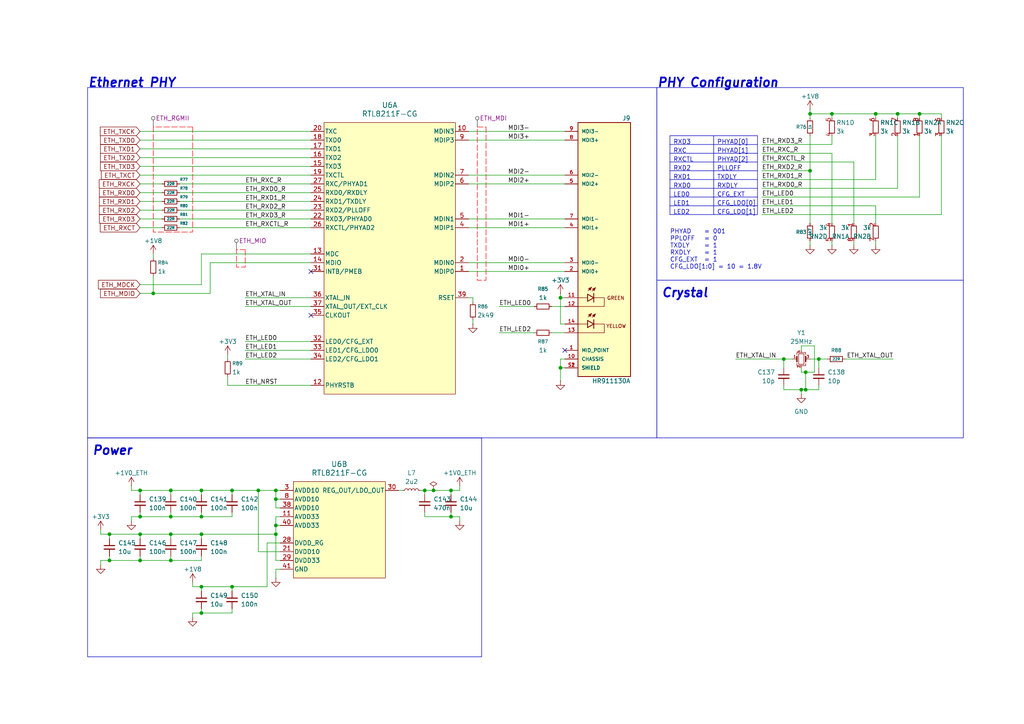
<source format=kicad_sch>
(kicad_sch (version 20250114) (generator "eeschema") (generator_version "9.0")
  (paper "A4")
  (title_block (title "FPGA Zynq7000 Dev Board") (date "2025-07-10") (rev "A"))
  (lib_symbols
    (symbol "Custom:HR911130A" (pin_names (offset 1.016))
      (property "Reference" "J" (at -7.62 29.21 0))
      (property "Value" "HR911130A" (at 7.62 -46.99 0))
      (symbol "HR911130A_0_0"
        (text "YELLOW" (at 0.508 -30.48 0) (effects (font (size 1.016 1.016)) (justify left top)))
        (text "GREEN" (at 0.762 -22.352 0) (effects (font (size 1.016 1.016)) (justify left top)))
        (pin passive line (at -11.43 -22.86 0) (length 3.81) (name "~") (number "11"))
        (pin passive line (at -11.43 -25.4 0) (length 3.81) (name "~") (number "12"))
        (pin passive line (at -11.43 -30.48 0) (length 3.81) (name "~") (number "14"))
        (pin passive line (at -11.43 -33.02 0) (length 3.81) (name "~") (number "13"))
        (pin passive line (at -11.43 -43.18 0) (length 3.81) (name "SHIELD") (number "S1"))
        (pin passive line (at -11.43 -43.18 0) (length 3.81) (name "SHIELD") (number "S2"))
      )
      (symbol "HR911130A_1_0"
        (pin passive line (at -11.43 25.4 0) (length 3.81) (name "MDI3-") (number "9"))
        (pin passive line (at -11.43 22.86 0) (length 3.81) (name "MDI3+") (number "8"))
        (pin passive line (at -11.43 12.7 0) (length 3.81) (name "MDI2-") (number "6"))
        (pin passive line (at -11.43 10.16 0) (length 3.81) (name "MDI2+") (number "5"))
        (pin passive line (at -11.43 0 0) (length 3.81) (name "MDI1-") (number "7"))
        (pin passive line (at -11.43 -2.54 0) (length 3.81) (name "MDI1+") (number "4"))
        (pin passive line (at -11.43 -12.7 0) (length 3.81) (name "MDI0-") (number "3"))
        (pin passive line (at -11.43 -15.24 0) (length 3.81) (name "MDI0+") (number "2"))
        (pin passive line (at -11.43 -38.1 0) (length 3.81) (name "MID_POINT") (number "1"))
        (pin passive line (at -11.43 -40.64 0) (length 3.81) (name "CHASSIS") (number "10"))
      )
    )
    (symbol "Custom:RTL8211F-CG" (pin_names (offset 0.254))
      (property "Reference" "U" (at 7.112 3.556 0))
      (property "Value" "RTL8211F-CG" (at 7.112 1.016 0))
      (symbol "RTL8211F-CG_1_1"
        (pin input line (at -3.81 -2.54 0) (length 3.81) (name "TXC") (number "20"))
        (pin input line (at -3.81 -5.08 0) (length 3.81) (name "TXD0") (number "18"))
        (pin input line (at -3.81 -7.62 0) (length 3.81) (name "TXD1") (number "17"))
        (pin input line (at -3.81 -10.16 0) (length 3.81) (name "TXD2") (number "16"))
        (pin input line (at -3.81 -12.7 0) (length 3.81) (name "TXD3") (number "15"))
        (pin input line (at -3.81 -15.24 0) (length 3.81) (name "TXCTL") (number "19"))
        (pin output line (at -3.81 -17.78 0) (length 3.81) (name "RXC/PHYAD1") (number "27"))
        (pin output line (at -3.81 -20.32 0) (length 3.81) (name "RXD0/RXDLY") (number "25"))
        (pin output line (at -3.81 -22.86 0) (length 3.81) (name "RXD1/TXDLY") (number "24"))
        (pin output line (at -3.81 -25.4 0) (length 3.81) (name "RXD2/PLLOFF") (number "23"))
        (pin output line (at -3.81 -27.94 0) (length 3.81) (name "RXD3/PHYAD0") (number "22"))
        (pin output line (at -3.81 -30.48 0) (length 3.81) (name "RXCTL/PHYAD2") (number "26"))
        (pin input line (at -3.81 -38.1 0) (length 3.81) (name "MDC") (number "13"))
        (pin bidirectional line (at -3.81 -40.64 0) (length 3.81) (name "MDIO") (number "14"))
        (pin output line (at -3.81 -43.18 0) (length 3.81) (name "INTB/PMEB") (number "31"))
        (pin input line (at -3.81 -50.8 0) (length 3.81) (name "XTAL_IN") (number "36"))
        (pin output line (at -3.81 -53.34 0) (length 3.81) (name "XTAL_OUT/EXT_CLK") (number "37"))
        (pin output line (at -3.81 -55.88 0) (length 3.81) (name "CLKOUT") (number "35"))
        (pin output line (at -3.81 -63.5 0) (length 3.81) (name "LED0/CFG_EXT") (number "32"))
        (pin output line (at -3.81 -66.04 0) (length 3.81) (name "LED1/CFG_LDO0") (number "33"))
        (pin output line (at -3.81 -68.58 0) (length 3.81) (name "LED2/CFG_LDO1") (number "34"))
        (pin input line (at -3.81 -76.2 0) (length 3.81) (name "PHYRSTB") (number "12"))
        (pin bidirectional line (at 41.91 -2.54 180) (length 3.81) (name "MDIN3") (number "10"))
        (pin bidirectional line (at 41.91 -5.08 180) (length 3.81) (name "MDIP3") (number "9"))
        (pin bidirectional line (at 41.91 -15.24 180) (length 3.81) (name "MDIN2") (number "7"))
        (pin bidirectional line (at 41.91 -17.78 180) (length 3.81) (name "MDIP2") (number "6"))
        (pin bidirectional line (at 41.91 -27.94 180) (length 3.81) (name "MDIN1") (number "5"))
        (pin bidirectional line (at 41.91 -30.48 180) (length 3.81) (name "MDIP1") (number "4"))
        (pin bidirectional line (at 41.91 -40.64 180) (length 3.81) (name "MDIP0") (number "1"))
        (pin bidirectional line (at 41.91 -43.18 180) (length 3.81) (name "MDIN0") (number "2"))
        (pin output line (at 41.91 -50.8 180) (length 3.81) (name "RSET") (number "39"))
      )
      (symbol "RTL8211F-CG_2_1"
        (pin power_in line (at -3.81 -2.54 0) (length 3.81) (name "AVDD10") (number "3"))
        (pin power_in line (at -3.81 -5.08 0) (length 3.81) (name "AVDD10") (number "8"))
        (pin power_in line (at -3.81 -7.62 0) (length 3.81) (name "AVDD10") (number "38"))
        (pin power_in line (at -3.81 -10.16 0) (length 3.81) (name "AVDD33") (number "11"))
        (pin power_in line (at -3.81 -12.7 0) (length 3.81) (name "AVDD33") (number "40"))
        (pin power_in line (at -3.81 -17.78 0) (length 3.81) (name "DVDD_RG") (number "28"))
        (pin power_in line (at -3.81 -20.32 0) (length 3.81) (name "DVDD10") (number "21"))
        (pin power_in line (at -3.81 -22.86 0) (length 3.81) (name "DVDD33") (number "29"))
        (pin power_out line (at -3.81 -25.4 0) (length 3.81) (name "GND") (number "41"))
        (pin output line (at 30.48 -2.54 180) (length 3.81) (name "REG_OUT/LDO_OUT") (number "30"))
      )
    )
    (symbol "Custom:R_Pack04_Small_Split" (pin_names (offset 0) (hide yes))
      (property "Reference" "RN" (at 2.032 0 90))
      (property "Value" "R_Pack04_Small_Split" (at 8.382 0 90))
      (symbol "R_Pack04_Small_Split_1_1"
        (pin passive line (at 0 2.54 270) (length 0.762) (name "~") (number "8"))
        (pin passive line (at 0 -2.54 90) (length 0.762) (name "~") (number "1"))
      )
      (symbol "R_Pack04_Small_Split_2_1"
        (pin passive line (at 0 2.54 270) (length 0.762) (name "R2.2") (number "7"))
        (pin passive line (at 0 -2.54 90) (length 0.762) (name "R2.1") (number "2"))
      )
      (symbol "R_Pack04_Small_Split_3_1"
        (pin passive line (at 0 2.54 270) (length 0.762) (name "R3.2") (number "6"))
        (pin passive line (at 0 -2.54 90) (length 0.762) (name "R3.1") (number "3"))
      )
      (symbol "R_Pack04_Small_Split_4_1"
        (pin passive line (at 0 2.54 270) (length 0.762) (name "R4.2") (number "5"))
        (pin passive line (at 0 -2.54 90) (length 0.762) (name "R4.1") (number "4"))
      )
    )
    (symbol "Device:C_Small" (pin_numbers (hide yes)) (pin_names (offset 0.254) (hide yes))
      (property "Reference" "C" (at 0.254 1.778 0))
      (property "Value" "C_Small" (at 0.254 -2.032 0))
      (symbol "C_Small_1_1"
        (pin passive line (at 0 2.54 270) (length 2.032) (name "~") (number "1"))
        (pin passive line (at 0 -2.54 90) (length 2.032) (name "~") (number "2"))
      )
    )
    (symbol "Device:Crystal_GND24_Small" (pin_names (offset 1.016) (hide yes))
      (property "Reference" "Y" (at 1.27 4.445 0))
      (property "Value" "Crystal_GND24_Small" (at 1.27 2.54 0))
      (symbol "Crystal_GND24_Small_1_1"
        (pin passive line (at -2.54 0 0) (length 1.27) (name "1") (number "1"))
        (pin passive line (at 0 2.54 270) (length 0.635) (name "4") (number "4"))
        (pin passive line (at 0 -2.54 90) (length 0.635) (name "2") (number "2"))
        (pin passive line (at 2.54 0 180) (length 1.27) (name "3") (number "3"))
      )
    )
    (symbol "Device:L_Small" (pin_numbers (hide yes)) (pin_names (offset 0.254) (hide yes))
      (property "Reference" "L" (at 0.762 1.016 0))
      (property "Value" "L_Small" (at 0.762 -1.016 0))
      (symbol "L_Small_1_1"
        (pin passive line (at 0 2.54 270) (length 0.508) (name "~") (number "1"))
        (pin passive line (at 0 -2.54 90) (length 0.508) (name "~") (number "2"))
      )
    )
    (symbol "Device:R_Small" (pin_numbers (hide yes)) (pin_names (offset 0.254) (hide yes))
      (property "Reference" "R" (at 0 0 90))
      (property "Value" "R_Small" (at 1.778 0 90))
      (symbol "R_Small_1_1"
        (pin passive line (at 0 2.54 270) (length 0.762) (name "~") (number "1"))
        (pin passive line (at 0 -2.54 90) (length 0.762) (name "~") (number "2"))
      )
    )
    (symbol "RTL8211F-CG_1" (pin_names (offset 0.254))
      (property "Reference" "U" (at 7.112 3.556 0))
      (property "Value" "RTL8211F-CG" (at 7.112 1.016 0))
      (symbol "RTL8211F-CG_1_1_1"
        (pin input line (at -3.81 -2.54 0) (length 3.81) (name "TXC") (number "20"))
        (pin input line (at -3.81 -5.08 0) (length 3.81) (name "TXD0") (number "18"))
        (pin input line (at -3.81 -7.62 0) (length 3.81) (name "TXD1") (number "17"))
        (pin input line (at -3.81 -10.16 0) (length 3.81) (name "TXD2") (number "16"))
        (pin input line (at -3.81 -12.7 0) (length 3.81) (name "TXD3") (number "15"))
        (pin input line (at -3.81 -15.24 0) (length 3.81) (name "TXCTL") (number "19"))
        (pin output line (at -3.81 -17.78 0) (length 3.81) (name "RXC/PHYAD1") (number "27"))
        (pin output line (at -3.81 -20.32 0) (length 3.81) (name "RXD0/RXDLY") (number "25"))
        (pin output line (at -3.81 -22.86 0) (length 3.81) (name "RXD1/TXDLY") (number "24"))
        (pin output line (at -3.81 -25.4 0) (length 3.81) (name "RXD2/PLLOFF") (number "23"))
        (pin output line (at -3.81 -27.94 0) (length 3.81) (name "RXD3/PHYAD0") (number "22"))
        (pin output line (at -3.81 -30.48 0) (length 3.81) (name "RXCTL/PHYAD2") (number "26"))
        (pin input line (at -3.81 -38.1 0) (length 3.81) (name "MDC") (number "13"))
        (pin bidirectional line (at -3.81 -40.64 0) (length 3.81) (name "MDIO") (number "14"))
        (pin output line (at -3.81 -43.18 0) (length 3.81) (name "INTB/PMEB") (number "31"))
        (pin input line (at -3.81 -50.8 0) (length 3.81) (name "XTAL_IN") (number "36"))
        (pin output line (at -3.81 -53.34 0) (length 3.81) (name "XTAL_OUT/EXT_CLK") (number "37"))
        (pin output line (at -3.81 -55.88 0) (length 3.81) (name "CLKOUT") (number "35"))
        (pin output line (at -3.81 -63.5 0) (length 3.81) (name "LED0/CFG_EXT") (number "32"))
        (pin output line (at -3.81 -66.04 0) (length 3.81) (name "LED1/CFG_LDO0") (number "33"))
        (pin output line (at -3.81 -68.58 0) (length 3.81) (name "LED2/CFG_LDO1") (number "34"))
        (pin input line (at -3.81 -76.2 0) (length 3.81) (name "PHYRSTB") (number "12"))
        (pin bidirectional line (at 41.91 -2.54 180) (length 3.81) (name "MDIN3") (number "10"))
        (pin bidirectional line (at 41.91 -5.08 180) (length 3.81) (name "MDIP3") (number "9"))
        (pin bidirectional line (at 41.91 -15.24 180) (length 3.81) (name "MDIN2") (number "7"))
        (pin bidirectional line (at 41.91 -17.78 180) (length 3.81) (name "MDIP2") (number "6"))
        (pin bidirectional line (at 41.91 -27.94 180) (length 3.81) (name "MDIN1") (number "5"))
        (pin bidirectional line (at 41.91 -30.48 180) (length 3.81) (name "MDIP1") (number "4"))
        (pin bidirectional line (at 41.91 -40.64 180) (length 3.81) (name "MDIN0") (number "2"))
        (pin bidirectional line (at 41.91 -43.18 180) (length 3.81) (name "MDIP0") (number "1"))
        (pin output line (at 41.91 -50.8 180) (length 3.81) (name "RSET") (number "39"))
      )
      (symbol "RTL8211F-CG_1_2_1"
        (pin power_in line (at -3.81 -2.54 0) (length 3.81) (name "AVDD10") (number "3"))
        (pin power_in line (at -3.81 -5.08 0) (length 3.81) (name "AVDD10") (number "8"))
        (pin power_in line (at -3.81 -7.62 0) (length 3.81) (name "AVDD10") (number "38"))
        (pin power_in line (at -3.81 -10.16 0) (length 3.81) (name "AVDD33") (number "11"))
        (pin power_in line (at -3.81 -12.7 0) (length 3.81) (name "AVDD33") (number "40"))
        (pin power_in line (at -3.81 -17.78 0) (length 3.81) (name "DVDD_RG") (number "28"))
        (pin power_in line (at -3.81 -20.32 0) (length 3.81) (name "DVDD10") (number "21"))
        (pin power_in line (at -3.81 -22.86 0) (length 3.81) (name "DVDD33") (number "29"))
        (pin power_out line (at -3.81 -25.4 0) (length 3.81) (name "GND") (number "41"))
        (pin output line (at 30.48 -2.54 180) (length 3.81) (name "REG_OUT/LDO_OUT") (number "30"))
      )
    )
    (symbol "power:+1V0" (power) (pin_numbers (hide yes)) (pin_names (offset 0) (hide yes))
      (property "Value" "+1V0" (at 0 3.556 0))
      (symbol "+1V0_1_1"
        (pin power_in line (at 0 0 90) (length 0) (name "~") (number "1"))
      )
    )
    (symbol "power:+3V3" (power) (pin_numbers (hide yes)) (pin_names (offset 0) (hide yes))
      (property "Value" "+3V3" (at 0 3.556 0))
      (symbol "+3V3_1_1"
        (pin power_in line (at 0 0 90) (length 0) (name "~") (number "1"))
      )
    )
    (symbol "power:GND" (power) (pin_numbers (hide yes)) (pin_names (offset 0) (hide yes))
      (property "Value" "GND" (at 0 -3.81 0))
      (symbol "GND_1_1"
        (pin power_in line (at 0 0 270) (length 0) (name "~") (number "1"))
      )
    )
    (symbol "power:PWR_FLAG" (power) (pin_numbers (hide yes)) (pin_names (offset 0) (hide yes))
      (property "Value" "PWR_FLAG" (at 0 3.81 0))
      (symbol "PWR_FLAG_0_0"
        (pin power_out line (at 0 0 90) (length 0) (name "~") (number "1"))
      )
    )
  )
  (rectangle (start 25.4 25.4) (end 190.5 127))
  (rectangle (start 25.4 127) (end 139.7 190.5))
  (rectangle (start 190.5 25.4) (end 279.4 81.28))
  (rectangle (start 190.5 81.28) (end 279.4 127))
  (text "Ethernet PHY" (at 25.4 24.13 0) (effects (font (size 2.54 2.54) (thickness 0.508) (bold yes) (italic yes)) (justify left)))
  (text "Crystal" (at 191.77 85.09 0) (effects (font (size 2.54 2.54) (thickness 0.508) (bold yes) (italic yes)) (justify left)))
  (text "PHY Configuration" (at 190.5 24.13 0) (effects (font (size 2.54 2.54) (thickness 0.508) (bold yes) (italic yes)) (justify left)))
  (text "Power" (at 26.67 130.81 0) (effects (font (size 2.54 2.54) (thickness 0.508) (bold yes) (italic yes)) (justify left)))
  (text "PHYAD	= 001\nPPLOFF	= 0\nTXDLY	= 1\nRXDLY	= 1\nCFG_EXT	= 1\nCFG_LDO[1:0] = 10 = 1.8V" (at 194.31 72.39 0) (effects (font (size 1.27 1.27)) (justify left)))
  (junction (at 130.81 142.24))
  (junction (at 80.01 154.94))
  (junction (at 232.41 113.03))
  (junction (at 227.33 104.14))
  (junction (at 80.01 152.4))
  (junction (at 40.64 154.94))
  (junction (at 266.7 33.02))
  (junction (at 162.56 86.36))
  (junction (at 44.45 85.09))
  (junction (at 31.75 162.56))
  (junction (at 58.42 177.8))
  (junction (at 234.95 49.53))
  (junction (at 241.3 33.02))
  (junction (at 40.64 149.86))
  (junction (at 130.81 149.86))
  (junction (at 123.19 142.24))
  (junction (at 254 33.02))
  (junction (at 234.95 33.02))
  (junction (at 80.01 142.24))
  (junction (at 58.42 142.24))
  (junction (at 49.53 154.94))
  (junction (at 233.68 113.03))
  (junction (at 40.64 142.24))
  (junction (at 162.56 106.68))
  (junction (at 58.42 154.94))
  (junction (at 67.31 142.24))
  (junction (at 49.53 142.24))
  (junction (at 80.01 144.78))
  (junction (at 31.75 154.94))
  (junction (at 49.53 162.56))
  (junction (at 125.73 142.24))
  (junction (at 40.64 162.56))
  (junction (at 260.35 33.02))
  (junction (at 237.49 104.14))
  (junction (at 58.42 149.86))
  (junction (at 58.42 170.18))
  (junction (at 74.93 142.24))
  (junction (at 67.31 170.18))
  (junction (at 233.68 107.95))
  (junction (at 49.53 149.86))
  (no_connect (at 163.83 101.6))
  (no_connect (at 90.17 91.44))
  (no_connect (at 90.17 78.74))
  (wire (pts (xy 233.68 107.95) (xy 232.41 107.95)))
  (wire (pts (xy 123.19 142.24) (xy 125.73 142.24)))
  (wire (pts (xy 58.42 149.86) (xy 67.31 149.86)))
  (wire (pts (xy 52.07 66.04) (xy 90.17 66.04)))
  (wire (pts (xy 40.64 50.8) (xy 90.17 50.8)))
  (wire (pts (xy 137.16 92.71) (xy 137.16 93.98)))
  (wire (pts (xy 49.53 142.24) (xy 58.42 142.24)))
  (wire (pts (xy 71.12 86.36) (xy 90.17 86.36)))
  (wire (pts (xy 40.64 154.94) (xy 40.64 156.21)))
  (wire (pts (xy 260.35 33.02) (xy 266.7 33.02)))
  (wire (pts (xy 58.42 161.29) (xy 58.42 162.56)))
  (wire (pts (xy 29.21 154.94) (xy 31.75 154.94)))
  (wire (pts (xy 31.75 154.94) (xy 40.64 154.94)))
  (wire (pts (xy 273.05 33.02) (xy 273.05 34.29)))
  (wire (pts (xy 40.64 43.18) (xy 90.17 43.18)))
  (wire (pts (xy 80.01 144.78) (xy 80.01 142.24)))
  (wire (pts (xy 273.05 39.37) (xy 273.05 62.23)))
  (wire (pts (xy 74.93 160.02) (xy 81.28 160.02)))
  (wire (pts (xy 46.99 55.88) (xy 40.64 55.88)))
  (wire (pts (xy 58.42 82.55) (xy 40.64 82.55)))
  (wire (pts (xy 58.42 142.24) (xy 58.42 143.51)))
  (wire (pts (xy 162.56 86.36) (xy 163.83 86.36)))
  (wire (pts (xy 133.35 149.86) (xy 130.81 149.86)))
  (wire (pts (xy 80.01 167.64) (xy 80.01 165.1)))
  (wire (pts (xy 44.45 80.01) (xy 44.45 85.09)))
  (wire (pts (xy 241.3 33.02) (xy 241.3 34.29)))
  (wire (pts (xy 77.47 170.18) (xy 77.47 157.48)))
  (wire (pts (xy 44.45 73.66) (xy 44.45 74.93)))
  (wire (pts (xy 254 59.69) (xy 220.98 59.69)))
  (wire (pts (xy 40.64 48.26) (xy 90.17 48.26)))
  (wire (pts (xy 71.12 101.6) (xy 90.17 101.6)))
  (wire (pts (xy 137.16 86.36) (xy 135.89 86.36)))
  (wire (pts (xy 237.49 104.14) (xy 234.95 104.14)))
  (wire (pts (xy 46.99 60.96) (xy 40.64 60.96)))
  (wire (pts (xy 137.16 87.63) (xy 137.16 86.36)))
  (wire (pts (xy 163.83 76.2) (xy 135.89 76.2)))
  (wire (pts (xy 29.21 153.67) (xy 29.21 154.94)))
  (wire (pts (xy 55.88 170.18) (xy 58.42 170.18)))
  (wire (pts (xy 40.64 142.24) (xy 49.53 142.24)))
  (wire (pts (xy 220.98 62.23) (xy 273.05 62.23)))
  (wire (pts (xy 38.1 149.86) (xy 40.64 149.86)))
  (wire (pts (xy 66.04 111.76) (xy 90.17 111.76)))
  (wire (pts (xy 80.01 152.4) (xy 81.28 152.4)))
  (wire (pts (xy 55.88 177.8) (xy 55.88 179.07)))
  (wire (pts (xy 58.42 170.18) (xy 67.31 170.18)))
  (wire (pts (xy 40.64 40.64) (xy 90.17 40.64)))
  (wire (pts (xy 254 52.07) (xy 220.98 52.07)))
  (wire (pts (xy 80.01 144.78) (xy 81.28 144.78)))
  (wire (pts (xy 81.28 147.32) (xy 80.01 147.32)))
  (wire (pts (xy 236.22 100.33) (xy 236.22 107.95)))
  (wire (pts (xy 40.64 85.09) (xy 44.45 85.09)))
  (wire (pts (xy 241.3 44.45) (xy 241.3 64.77)))
  (wire (pts (xy 247.65 64.77) (xy 247.65 46.99)))
  (wire (pts (xy 163.83 40.64) (xy 135.89 40.64)))
  (wire (pts (xy 80.01 149.86) (xy 80.01 152.4)))
  (wire (pts (xy 232.41 100.33) (xy 236.22 100.33)))
  (wire (pts (xy 266.7 33.02) (xy 266.7 34.29)))
  (wire (pts (xy 266.7 33.02) (xy 273.05 33.02)))
  (wire (pts (xy 220.98 41.91) (xy 241.3 41.91)))
  (wire (pts (xy 236.22 107.95) (xy 233.68 107.95)))
  (wire (pts (xy 67.31 142.24) (xy 67.31 143.51)))
  (wire (pts (xy 46.99 66.04) (xy 40.64 66.04)))
  (wire (pts (xy 123.19 142.24) (xy 123.19 143.51)))
  (wire (pts (xy 67.31 176.53) (xy 67.31 177.8)))
  (wire (pts (xy 163.83 66.04) (xy 135.89 66.04)))
  (wire (pts (xy 232.41 113.03) (xy 227.33 113.03)))
  (wire (pts (xy 125.73 142.24) (xy 130.81 142.24)))
  (wire (pts (xy 247.65 69.85) (xy 247.65 71.12)))
  (wire (pts (xy 49.53 154.94) (xy 58.42 154.94)))
  (wire (pts (xy 58.42 162.56) (xy 49.53 162.56)))
  (wire (pts (xy 260.35 33.02) (xy 260.35 34.29)))
  (wire (pts (xy 58.42 170.18) (xy 58.42 171.45)))
  (wire (pts (xy 31.75 154.94) (xy 31.75 156.21)))
  (wire (pts (xy 247.65 46.99) (xy 220.98 46.99)))
  (wire (pts (xy 80.01 147.32) (xy 80.01 144.78)))
  (wire (pts (xy 52.07 63.5) (xy 90.17 63.5)))
  (wire (pts (xy 241.3 44.45) (xy 220.98 44.45)))
  (wire (pts (xy 266.7 39.37) (xy 266.7 57.15)))
  (wire (pts (xy 233.68 113.03) (xy 237.49 113.03)))
  (wire (pts (xy 163.83 63.5) (xy 135.89 63.5)))
  (wire (pts (xy 229.87 104.14) (xy 227.33 104.14)))
  (wire (pts (xy 49.53 149.86) (xy 49.53 148.59)))
  (wire (pts (xy 58.42 148.59) (xy 58.42 149.86)))
  (wire (pts (xy 163.83 50.8) (xy 135.89 50.8)))
  (wire (pts (xy 67.31 170.18) (xy 77.47 170.18)))
  (wire (pts (xy 67.31 142.24) (xy 74.93 142.24)))
  (wire (pts (xy 254 33.02) (xy 260.35 33.02)))
  (wire (pts (xy 234.95 49.53) (xy 234.95 64.77)))
  (wire (pts (xy 46.99 58.42) (xy 40.64 58.42)))
  (wire (pts (xy 31.75 162.56) (xy 40.64 162.56)))
  (wire (pts (xy 237.49 104.14) (xy 240.03 104.14)))
  (wire (pts (xy 232.41 114.3) (xy 232.41 113.03)))
  (wire (pts (xy 162.56 85.09) (xy 162.56 86.36)))
  (wire (pts (xy 38.1 151.13) (xy 38.1 149.86)))
  (wire (pts (xy 241.3 33.02) (xy 254 33.02)))
  (wire (pts (xy 80.01 162.56) (xy 81.28 162.56)))
  (wire (pts (xy 160.02 88.9) (xy 163.83 88.9)))
  (wire (pts (xy 237.49 113.03) (xy 237.49 111.76)))
  (wire (pts (xy 123.19 149.86) (xy 130.81 149.86)))
  (wire (pts (xy 80.01 142.24) (xy 81.28 142.24)))
  (wire (pts (xy 71.12 99.06) (xy 90.17 99.06)))
  (wire (pts (xy 232.41 101.6) (xy 232.41 100.33)))
  (wire (pts (xy 52.07 55.88) (xy 90.17 55.88)))
  (wire (pts (xy 234.95 69.85) (xy 234.95 71.12)))
  (wire (pts (xy 162.56 104.14) (xy 163.83 104.14)))
  (wire (pts (xy 67.31 170.18) (xy 67.31 171.45)))
  (wire (pts (xy 123.19 149.86) (xy 123.19 148.59)))
  (wire (pts (xy 40.64 38.1) (xy 90.17 38.1)))
  (wire (pts (xy 121.92 142.24) (xy 123.19 142.24)))
  (wire (pts (xy 74.93 142.24) (xy 74.93 160.02)))
  (wire (pts (xy 163.83 78.74) (xy 135.89 78.74)))
  (wire (pts (xy 49.53 142.24) (xy 49.53 143.51)))
  (wire (pts (xy 254 64.77) (xy 254 59.69)))
  (wire (pts (xy 77.47 157.48) (xy 81.28 157.48)))
  (wire (pts (xy 234.95 39.37) (xy 234.95 49.53)))
  (wire (pts (xy 29.21 162.56) (xy 31.75 162.56)))
  (wire (pts (xy 162.56 86.36) (xy 162.56 93.98)))
  (wire (pts (xy 58.42 154.94) (xy 58.42 156.21)))
  (wire (pts (xy 130.81 148.59) (xy 130.81 149.86)))
  (wire (pts (xy 80.01 154.94) (xy 80.01 152.4)))
  (wire (pts (xy 74.93 142.24) (xy 80.01 142.24)))
  (wire (pts (xy 144.78 88.9) (xy 154.94 88.9)))
  (wire (pts (xy 67.31 148.59) (xy 67.31 149.86)))
  (wire (pts (xy 241.3 69.85) (xy 241.3 71.12)))
  (wire (pts (xy 234.95 33.02) (xy 241.3 33.02)))
  (wire (pts (xy 90.17 73.66) (xy 58.42 73.66)))
  (wire (pts (xy 260.35 54.61) (xy 220.98 54.61)))
  (wire (pts (xy 260.35 39.37) (xy 260.35 54.61)))
  (wire (pts (xy 80.01 165.1) (xy 81.28 165.1)))
  (wire (pts (xy 52.07 58.42) (xy 90.17 58.42)))
  (wire (pts (xy 213.36 104.14) (xy 227.33 104.14)))
  (wire (pts (xy 40.64 142.24) (xy 40.64 143.51)))
  (wire (pts (xy 163.83 53.34) (xy 135.89 53.34)))
  (wire (pts (xy 162.56 106.68) (xy 162.56 104.14)))
  (wire (pts (xy 245.11 104.14) (xy 259.08 104.14)))
  (wire (pts (xy 52.07 53.34) (xy 90.17 53.34)))
  (wire (pts (xy 80.01 149.86) (xy 81.28 149.86)))
  (wire (pts (xy 66.04 102.87) (xy 66.04 104.14)))
  (wire (pts (xy 254 69.85) (xy 254 71.12)))
  (wire (pts (xy 266.7 57.15) (xy 220.98 57.15)))
  (wire (pts (xy 46.99 63.5) (xy 40.64 63.5)))
  (wire (pts (xy 49.53 154.94) (xy 49.53 156.21)))
  (wire (pts (xy 49.53 161.29) (xy 49.53 162.56)))
  (wire (pts (xy 60.96 76.2) (xy 90.17 76.2)))
  (wire (pts (xy 162.56 93.98) (xy 163.83 93.98)))
  (wire (pts (xy 58.42 142.24) (xy 67.31 142.24)))
  (wire (pts (xy 38.1 140.97) (xy 38.1 142.24)))
  (wire (pts (xy 40.64 154.94) (xy 49.53 154.94)))
  (wire (pts (xy 232.41 107.95) (xy 232.41 106.68)))
  (wire (pts (xy 71.12 88.9) (xy 90.17 88.9)))
  (wire (pts (xy 232.41 113.03) (xy 233.68 113.03)))
  (wire (pts (xy 162.56 106.68) (xy 163.83 106.68)))
  (wire (pts (xy 40.64 162.56) (xy 40.64 161.29)))
  (wire (pts (xy 237.49 106.68) (xy 237.49 104.14)))
  (wire (pts (xy 52.07 60.96) (xy 90.17 60.96)))
  (wire (pts (xy 234.95 49.53) (xy 220.98 49.53)))
  (wire (pts (xy 233.68 107.95) (xy 233.68 113.03)))
  (wire (pts (xy 38.1 142.24) (xy 40.64 142.24)))
  (wire (pts (xy 71.12 104.14) (xy 90.17 104.14)))
  (wire (pts (xy 40.64 148.59) (xy 40.64 149.86)))
  (wire (pts (xy 254 33.02) (xy 254 34.29)))
  (wire (pts (xy 133.35 149.86) (xy 133.35 151.13)))
  (wire (pts (xy 254 39.37) (xy 254 52.07)))
  (wire (pts (xy 241.3 39.37) (xy 241.3 41.91)))
  (wire (pts (xy 55.88 168.91) (xy 55.88 170.18)))
  (wire (pts (xy 40.64 162.56) (xy 49.53 162.56)))
  (wire (pts (xy 44.45 85.09) (xy 60.96 85.09)))
  (wire (pts (xy 162.56 110.49) (xy 162.56 106.68)))
  (wire (pts (xy 144.78 96.52) (xy 154.94 96.52)))
  (wire (pts (xy 227.33 113.03) (xy 227.33 111.76)))
  (wire (pts (xy 58.42 177.8) (xy 67.31 177.8)))
  (wire (pts (xy 55.88 177.8) (xy 58.42 177.8)))
  (wire (pts (xy 163.83 38.1) (xy 135.89 38.1)))
  (wire (pts (xy 29.21 163.83) (xy 29.21 162.56)))
  (wire (pts (xy 58.42 177.8) (xy 58.42 176.53)))
  (wire (pts (xy 130.81 142.24) (xy 133.35 142.24)))
  (wire (pts (xy 40.64 149.86) (xy 49.53 149.86)))
  (wire (pts (xy 115.57 142.24) (xy 116.84 142.24)))
  (wire (pts (xy 234.95 31.75) (xy 234.95 33.02)))
  (wire (pts (xy 133.35 142.24) (xy 133.35 140.97)))
  (wire (pts (xy 60.96 85.09) (xy 60.96 76.2)))
  (wire (pts (xy 80.01 154.94) (xy 80.01 162.56)))
  (wire (pts (xy 58.42 154.94) (xy 80.01 154.94)))
  (wire (pts (xy 160.02 96.52) (xy 163.83 96.52)))
  (wire (pts (xy 58.42 149.86) (xy 49.53 149.86)))
  (wire (pts (xy 31.75 161.29) (xy 31.75 162.56)))
  (wire (pts (xy 130.81 142.24) (xy 130.81 143.51)))
  (wire (pts (xy 227.33 104.14) (xy 227.33 106.68)))
  (wire (pts (xy 58.42 73.66) (xy 58.42 82.55)))
  (wire (pts (xy 46.99 53.34) (xy 40.64 53.34)))
  (wire (pts (xy 66.04 111.76) (xy 66.04 109.22)))
  (wire (pts (xy 40.64 45.72) (xy 90.17 45.72)))
  (wire (pts (xy 234.95 33.02) (xy 234.95 34.29)))
  (table (column_count 2) (border (external yes) (header yes)) (separators (rows yes) (cols yes)) (column_widths 12.7 12.7) (row_heights 2.54 2.54 2.54 2.54 2.54 2.54 2.54 2.54 2.54) (cells (table_cell "RXD3" (at 194.31 39.37 0) (size 12.7 2.54) (margins 0.9525 0.9525 0.9525 0.9525) (span 1 1)) (table_cell "PHYAD[0]" (at 207.01 39.37 0) (size 12.7 2.54) (margins 0.9525 0.9525 0.9525 0.9525) (span 1 1)) (table_cell "RXC" (at 194.31 41.91 0) (size 12.7 2.54) (margins 0.9525 0.9525 0.9525 0.9525) (span 1 1)) (table_cell "PHYAD[1]" (at 207.01 41.91 0) (size 12.7 2.54) (margins 0.9525 0.9525 0.9525 0.9525) (span 1 1)) (table_cell "RXCTL" (at 194.31 44.45 0) (size 12.7 2.54) (margins 0.9525 0.9525 0.9525 0.9525) (span 1 1)) (table_cell "PHYAD[2]" (at 207.01 44.45 0) (size 12.7 2.54) (margins 0.9525 0.9525 0.9525 0.9525) (span 1 1)) (table_cell "RXD2" (at 194.31 46.99 0) (size 12.7 2.54) (margins 0.9525 0.9525 0.9525 0.9525) (span 1 1)) (table_cell "PLLOFF" (at 207.01 46.99 0) (size 12.7 2.54) (margins 0.9525 0.9525 0.9525 0.9525) (span 1 1)) (table_cell "RXD1" (at 194.31 49.53 0) (size 12.7 2.54) (margins 0.9525 0.9525 0.9525 0.9525) (span 1 1)) (table_cell "TXDLY" (at 207.01 49.53 0) (size 12.7 2.54) (margins 0.9525 0.9525 0.9525 0.9525) (span 1 1)) (table_cell "RXD0" (at 194.31 52.07 0) (size 12.7 2.54) (margins 0.9525 0.9525 0.9525 0.9525) (span 1 1)) (table_cell "RXDLY" (at 207.01 52.07 0) (size 12.7 2.54) (margins 0.9525 0.9525 0.9525 0.9525) (span 1 1)) (table_cell "LED0" (at 194.31 54.61 0) (size 12.7 2.54) (margins 0.9525 0.9525 0.9525 0.9525) (span 1 1)) (table_cell "CFG_EXT" (at 207.01 54.61 0) (size 12.7 2.54) (margins 0.9525 0.9525 0.9525 0.9525) (span 1 1)) (table_cell "LED1" (at 194.31 57.15 0) (size 12.7 2.54) (margins 0.9525 0.9525 0.9525 0.9525) (span 1 1)) (table_cell "CFG_LDO[0]" (at 207.01 57.15 0) (size 12.7 2.54) (margins 0.9525 0.9525 0.9525 0.9525) (span 1 1)) (table_cell "LED2" (at 194.31 59.69 0) (size 12.7 2.54) (margins 0.9525 0.9525 0.9525 0.9525) (span 1 1)) (table_cell "CFG_LDO[1]" (at 207.01 59.69 0) (size 12.7 2.54) (margins 0.9525 0.9525 0.9525 0.9525) (span 1 1))))
  (label "ETH_XTAL_OUT" (at 71.12 88.9 0))
  (label "ETH_XTAL_IN" (at 71.12 86.36 0))
  (label "ETH_LED0" (at 144.78 88.9 0))
  (label "ETH_RXD2_R" (at 71.12 60.96 0))
  (label "ETH_RXC_R" (at 220.98 44.45 0))
  (label "MDI1+" (at 147.32 66.04 0))
  (label "ETH_RXD0_R" (at 71.12 55.88 0))
  (label "ETH_RXD3_R" (at 220.98 41.91 0))
  (label "MDI3+" (at 147.32 40.64 0))
  (label "ETH_LED2" (at 71.12 104.14 0))
  (label "ETH_LED2" (at 144.78 96.52 0))
  (label "ETH_RXC_R" (at 71.12 53.34 0))
  (label "ETH_LED0" (at 220.98 57.15 0))
  (label "ETH_RXD1_R" (at 220.98 52.07 0))
  (label "MDI0-" (at 147.32 76.2 0))
  (label "MDI0+" (at 147.32 78.74 0))
  (label "ETH_RXCTL_R" (at 220.98 46.99 0))
  (label "ETH_RXCTL_R" (at 71.12 66.04 0))
  (label "MDI2-" (at 147.32 50.8 0))
  (label "ETH_RXD2_R" (at 220.98 49.53 0))
  (label "ETH_LED1" (at 220.98 59.69 0))
  (label "ETH_XTAL_OUT" (at 259.08 104.14 180))
  (label "ETH_RXD3_R" (at 71.12 63.5 0))
  (label "ETH_LED1" (at 71.12 101.6 0))
  (label "ETH_XTAL_IN" (at 213.36 104.14 0))
  (label "MDI3-" (at 147.32 38.1 0))
  (label "MDI2+" (at 147.32 53.34 0))
  (label "MDI1-" (at 147.32 63.5 0))
  (label "ETH_NRST" (at 71.12 111.76 0))
  (label "ETH_LED0" (at 71.12 99.06 0))
  (label "ETH_RXD1_R" (at 71.12 58.42 0))
  (label "ETH_LED2" (at 220.98 62.23 0))
  (label "ETH_RXD0_R" (at 220.98 54.61 0))
  (global_label "ETH_RXD2" (shape input) (at 40.64 60.96 180) (property "Intersheetrefs" "${INTERSHEET_REFS}" (effects (hide yes))))
  (global_label "ETH_TXD0" (shape input) (at 40.64 40.64 180) (property "Intersheetrefs" "${INTERSHEET_REFS}" (effects (hide yes))))
  (global_label "ETH_RXCK" (shape input) (at 40.64 53.34 180) (property "Intersheetrefs" "${INTERSHEET_REFS}" (effects (hide yes))))
  (global_label "ETH_TXD1" (shape input) (at 40.64 43.18 180) (property "Intersheetrefs" "${INTERSHEET_REFS}" (effects (hide yes))))
  (global_label "ETH_RXD1" (shape input) (at 40.64 58.42 180) (property "Intersheetrefs" "${INTERSHEET_REFS}" (effects (hide yes))))
  (global_label "ETH_TXCT" (shape input) (at 40.64 50.8 180) (property "Intersheetrefs" "${INTERSHEET_REFS}" (effects (hide yes))))
  (global_label "ETH_TXD2" (shape input) (at 40.64 45.72 180) (property "Intersheetrefs" "${INTERSHEET_REFS}" (effects (hide yes))))
  (global_label "ETH_MDIO" (shape input) (at 40.64 85.09 180) (property "Intersheetrefs" "${INTERSHEET_REFS}" (effects (hide yes))))
  (global_label "ETH_TXD3" (shape input) (at 40.64 48.26 180) (property "Intersheetrefs" "${INTERSHEET_REFS}" (effects (hide yes))))
  (global_label "ETH_RXD3" (shape input) (at 40.64 63.5 180) (property "Intersheetrefs" "${INTERSHEET_REFS}" (effects (hide yes))))
  (global_label "ETH_RXCT" (shape input) (at 40.64 66.04 180) (property "Intersheetrefs" "${INTERSHEET_REFS}" (effects (hide yes))))
  (global_label "ETH_TXCK" (shape input) (at 40.64 38.1 180) (property "Intersheetrefs" "${INTERSHEET_REFS}" (effects (hide yes))))
  (global_label "ETH_MDCK" (shape input) (at 40.64 82.55 180) (property "Intersheetrefs" "${INTERSHEET_REFS}" (effects (hide yes))))
  (global_label "ETH_RXD0" (shape input) (at 40.64 55.88 180) (property "Intersheetrefs" "${INTERSHEET_REFS}" (effects (hide yes))))
  (rule_area (polyline (pts (xy 71.12 72.39) (xy 71.12 77.47) (xy 68.58 77.47) (xy 68.58 72.39)) (stroke (width 0) (type dash))))
  (rule_area (polyline (pts (xy 55.88 36.83) (xy 55.88 67.31) (xy 44.45 67.31) (xy 44.45 36.83)) (stroke (width 0) (type dash))))
  (rule_area (polyline (pts (xy 140.97 36.83) (xy 140.97 81.28) (xy 138.43 81.28) (xy 138.43 36.83)) (stroke (width 0) (type dash))))
  (netclass_flag "" (length 2.54) (shape round) (at 138.43 36.83 0) (property "Netclass" "ETH_MDI" (at 139.1285 34.29 0) (effects (justify left))))
  (netclass_flag "" (length 2.54) (shape round) (at 68.58 72.39 0) (property "Netclass" "ETH_MIO" (at 69.2785 69.85 0) (effects (justify left))))
  (netclass_flag "" (length 2.54) (shape round) (at 44.45 36.83 0) (property "Netclass" "ETH_RGMII" (at 45.1485 34.29 0) (effects (justify left))))
  (symbol (lib_id "Device:R_Small") (at 234.95 36.83 180) (unit 1)
    (property "Reference" "R76" (at 232.41 36.83 0) (effects (font (size 1.016 1.016))))
    (property "Value" "1k" (at 234.95 36.83 90) (effects (font (size 0.762 0.762))))
    (property "Footprint" "Resistor_SMD:R_0402_1005Metric" (effects (hide yes)))
    (property "Description" "Resistor, small symbol" (effects (hide yes)))
  )
  (symbol (lib_id "Device:C_Small") (at 123.19 146.05 0) (unit 1)
    (property "Reference" "C143" (at 125.73 144.7862 0) (effects (justify left)))
    (property "Value" "470n" (at 125.73 147.3262 0) (effects (justify left)))
    (property "Footprint" "Capacitor_SMD:C_0402_1005Metric" (effects (hide yes)))
    (property "Description" "Unpolarized capacitor, small symbol" (effects (hide yes)))
  )
  (symbol (lib_id "Device:L_Small") (at 119.38 142.24 90) (unit 1)
    (property "Reference" "L7" (at 119.38 137.16 90))
    (property "Value" "2u2" (at 119.38 139.7 90))
    (property "Footprint" "Inductor_SMD:L_1008_2520Metric" (effects (hide yes)))
    (property "Description" "Inductor, small symbol" (effects (hide yes)))
  )
  (symbol (lib_id "power:GND") (at 162.56 110.49 0) (unit 1)
    (property "Reference" "#PWR0178" (effects (hide yes)))
    (property "Value" "GND" (effects (hide yes)))
    (property "Description" "Power symbol creates a global label with name \"GND\" , ground" (effects (hide yes)))
  )
  (symbol (lib_id "Device:C_Small") (at 40.64 158.75 0) (unit 1)
    (property "Reference" "C146" (at 43.18 157.48 0) (effects (justify left)))
    (property "Value" "100n" (at 43.18 160.02 0) (effects (justify left)))
    (property "Footprint" "Capacitor_SMD:C_0402_1005Metric" (effects (hide yes)))
    (property "Description" "Unpolarized capacitor, small symbol" (effects (hide yes)))
  )
  (symbol (lib_id "Device:C_Small") (at 31.75 158.75 0) (unit 1)
    (property "Reference" "C145" (at 34.29 157.4862 0) (effects (justify left)))
    (property "Value" "10u" (at 34.29 160.0262 0) (effects (justify left)))
    (property "Footprint" "Capacitor_SMD:C_0402_1005Metric" (effects (hide yes)))
    (property "Description" "Unpolarized capacitor, small symbol" (effects (hide yes)))
  )
  (symbol (lib_id "Device:R_Small") (at 66.04 106.68 0) (unit 1)
    (property "Reference" "R89" (at 67.31 105.41 0) (effects (font (size 1.016 1.016)) (justify left)))
    (property "Value" "1k" (at 67.31 107.9499 0) (effects (justify left)))
    (property "Footprint" "Resistor_SMD:R_0402_1005Metric" (effects (hide yes)))
    (property "Description" "Resistor, small symbol" (effects (hide yes)))
  )
  (symbol (lib_name "RTL8211F-CG_1") (lib_id "Custom:RTL8211F-CG") (at 93.98 35.56 0) (unit 1)
    (property "Reference" "U6" (at 113.03 30.48 0) (effects (font (size 1.524 1.524))))
    (property "Value" "RTL8211F-CG" (at 113.03 33.02 0) (effects (font (size 1.524 1.524))))
    (property "Footprint" "Custom:RTL8211F-CG_RTK" (effects (hide yes)))
    (property "Datasheet" "RTL8211F-CG" (effects (hide yes)))
  )
  (symbol (lib_id "Device:C_Small") (at 67.31 146.05 0) (unit 1)
    (property "Reference" "C142" (at 69.85 144.7862 0) (effects (justify left)))
    (property "Value" "100n" (at 69.85 147.3262 0) (effects (justify left)))
    (property "Footprint" "Capacitor_SMD:C_0402_1005Metric" (effects (hide yes)))
    (property "Description" "Unpolarized capacitor, small symbol" (effects (hide yes)))
  )
  (symbol (lib_id "power:GND") (at 241.3 71.12 0) (unit 1)
    (property "Reference" "#PWR0171" (effects (hide yes)))
    (property "Value" "GND" (effects (hide yes)))
    (property "Description" "Power symbol creates a global label with name \"GND\" , ground" (effects (hide yes)))
  )
  (symbol (lib_id "Device:R_Small") (at 49.53 60.96 90) (unit 1)
    (property "Reference" "R80" (at 53.34 59.69 90) (effects (font (size 0.762 0.762))))
    (property "Value" "22R" (at 49.53 60.96 90) (effects (font (size 0.762 0.762))))
    (property "Footprint" "Resistor_SMD:R_0402_1005Metric" (effects (hide yes)))
    (property "Description" "Resistor, small symbol" (effects (hide yes)))
  )
  (symbol (lib_id "Custom:RTL8211F-CG") (at 85.09 139.7 0) (unit 2)
    (property "Reference" "U6" (at 98.425 134.62 0) (effects (font (size 1.524 1.524))))
    (property "Value" "RTL8211F-CG" (at 98.425 137.16 0) (effects (font (size 1.524 1.524))))
    (property "Footprint" "Custom:RTL8211F-CG_RTK" (effects (hide yes)))
    (property "Datasheet" "RTL8211F-CG" (effects (hide yes)))
  )
  (symbol (lib_id "Device:R_Small") (at 49.53 53.34 90) (unit 1)
    (property "Reference" "R77" (at 53.34 52.07 90) (effects (font (size 0.762 0.762))))
    (property "Value" "22R" (at 49.53 53.34 90) (effects (font (size 0.762 0.762))))
    (property "Footprint" "Resistor_SMD:R_0402_1005Metric" (effects (hide yes)))
    (property "Description" "Resistor, small symbol" (effects (hide yes)))
  )
  (symbol (lib_id "Device:C_Small") (at 58.42 158.75 0) (unit 1)
    (property "Reference" "C148" (at 60.96 157.48 0) (effects (justify left)))
    (property "Value" "100n" (at 60.96 160.02 0) (effects (justify left)))
    (property "Footprint" "Capacitor_SMD:C_0402_1005Metric" (effects (hide yes)))
    (property "Description" "Unpolarized capacitor, small symbol" (effects (hide yes)))
  )
  (symbol (lib_id "Device:C_Small") (at 130.81 146.05 0) (unit 1)
    (property "Reference" "C144" (at 133.35 144.7862 0) (effects (justify left)))
    (property "Value" "10u" (at 133.35 147.3262 0) (effects (justify left)))
    (property "Footprint" "Capacitor_SMD:C_0402_1005Metric" (effects (hide yes)))
    (property "Description" "Unpolarized capacitor, small symbol" (effects (hide yes)))
  )
  (symbol (lib_id "Custom:R_Pack04_Small_Split") (at 247.65 67.31 180) (unit 1)
    (property "Reference" "RN1" (at 246.38 68.58 0) (effects (justify left)))
    (property "Value" "3k" (at 246.38 66.04 0) (effects (justify left)))
    (property "Footprint" "Resistor_SMD:R_Array_Concave_4x0402" (effects (hide yes)))
    (property "Description" "4 resistor network, parallel topology, split" (effects (hide yes)))
  )
  (symbol (lib_id "power:PWR_FLAG") (at 125.73 142.24 0) (unit 1)
    (property "Reference" "#FLG013" (effects (hide yes)))
    (property "Value" "PWR_FLAG" (effects (hide yes)))
    (property "Description" "Special symbol for telling ERC where power comes from" (effects (hide yes)))
  )
  (symbol (lib_id "power:GND") (at 38.1 151.13 0) (unit 1)
    (property "Reference" "#PWR0182" (effects (hide yes)))
    (property "Value" "GND" (effects (hide yes)))
    (property "Description" "Power symbol creates a global label with name \"GND\" , ground" (effects (hide yes)))
  )
  (symbol (lib_id "Device:R_Small") (at 49.53 58.42 90) (unit 1)
    (property "Reference" "R79" (at 53.34 57.15 90) (effects (font (size 0.762 0.762))))
    (property "Value" "22R" (at 49.53 58.42 90) (effects (font (size 0.762 0.762))))
    (property "Footprint" "Resistor_SMD:R_0402_1005Metric" (effects (hide yes)))
    (property "Description" "Resistor, small symbol" (effects (hide yes)))
  )
  (symbol (lib_id "Device:C_Small") (at 237.49 109.22 0) (unit 1)
    (property "Reference" "C138" (at 240.03 107.9562 0) (effects (justify left)))
    (property "Value" "10p" (at 240.03 110.4962 0) (effects (justify left)))
    (property "Footprint" "Capacitor_SMD:C_0402_1005Metric" (effects (hide yes)))
    (property "Description" "Unpolarized capacitor, small symbol" (effects (hide yes)))
  )
  (symbol (lib_id "Device:R_Small") (at 49.53 63.5 90) (unit 1)
    (property "Reference" "R81" (at 53.34 62.23 90) (effects (font (size 0.762 0.762))))
    (property "Value" "22R" (at 49.53 63.5 90) (effects (font (size 0.762 0.762))))
    (property "Footprint" "Resistor_SMD:R_0402_1005Metric" (effects (hide yes)))
    (property "Description" "Resistor, small symbol" (effects (hide yes)))
  )
  (symbol (lib_id "Device:R_Small") (at 44.45 77.47 0) (unit 1)
    (property "Reference" "R84" (at 45.72 76.2 0) (effects (font (size 1.016 1.016)) (justify left)))
    (property "Value" "1k" (at 45.72 78.7399 0) (effects (justify left)))
    (property "Footprint" "Resistor_SMD:R_0402_1005Metric" (effects (hide yes)))
    (property "Description" "Resistor, small symbol" (effects (hide yes)))
  )
  (symbol (lib_id "power:+1V0") (at 29.21 153.67 0) (unit 1)
    (property "Reference" "#PWR0184" (effects (hide yes)))
    (property "Value" "+3V3" (at 29.21 149.86 0))
    (property "Description" "Power symbol creates a global label with name \"+1V0\"" (effects (hide yes)))
  )
  (symbol (lib_id "power:+1V0") (at 133.35 140.97 0) (unit 1)
    (property "Reference" "#PWR0181" (effects (hide yes)))
    (property "Value" "+1V0_ETH" (at 133.35 137.16 0))
    (property "Description" "Power symbol creates a global label with name \"+1V0\"" (effects (hide yes)))
  )
  (symbol (lib_id "Device:C_Small") (at 58.42 173.99 0) (unit 1)
    (property "Reference" "C149" (at 60.96 172.7262 0) (effects (justify left)))
    (property "Value" "10u" (at 60.96 175.2662 0) (effects (justify left)))
    (property "Footprint" "Capacitor_SMD:C_0402_1005Metric" (effects (hide yes)))
    (property "Description" "Unpolarized capacitor, small symbol" (effects (hide yes)))
  )
  (symbol (lib_id "power:GND") (at 80.01 167.64 0) (unit 1)
    (property "Reference" "#PWR0186" (effects (hide yes)))
    (property "Value" "GND" (effects (hide yes)))
    (property "Description" "Power symbol creates a global label with name \"GND\" , ground" (effects (hide yes)))
  )
  (symbol (lib_id "power:GND") (at 133.35 151.13 0) (unit 1)
    (property "Reference" "#PWR0183" (effects (hide yes)))
    (property "Value" "GND" (effects (hide yes)))
    (property "Description" "Power symbol creates a global label with name \"GND\" , ground" (effects (hide yes)))
  )
  (symbol (lib_id "Custom:R_Pack04_Small_Split") (at 266.7 36.83 0) (unit 1)
    (property "Reference" "RN2" (at 267.97 35.56 0) (effects (justify left)))
    (property "Value" "3k" (at 267.97 38.1 0) (effects (justify left)))
    (property "Footprint" "Resistor_SMD:R_Array_Concave_4x0402" (effects (hide yes)))
    (property "Description" "4 resistor network, parallel topology, split" (effects (hide yes)))
  )
  (symbol (lib_id "Device:Crystal_GND24_Small") (at 232.41 104.14 0) (unit 1)
    (property "Reference" "Y1" (at 232.41 96.52 0))
    (property "Value" "25MHz" (at 232.41 99.06 0))
    (property "Footprint" "Crystal:Crystal_SMD_3225-4Pin_3.2x2.5mm" (effects (hide yes)))
    (property "Description" "Four pin crystal, GND on pins 2 and 4, small symbol" (effects (hide yes)))
  )
  (symbol (lib_id "Device:R_Small") (at 137.16 90.17 0) (unit 1)
    (property "Reference" "R86" (at 138.43 88.9 0) (effects (font (size 1.016 1.016)) (justify left)))
    (property "Value" "2k49" (at 138.43 91.4399 0) (effects (justify left)))
    (property "Footprint" "Resistor_SMD:R_0402_1005Metric" (effects (hide yes)))
    (property "Description" "Resistor, small symbol" (effects (hide yes)))
  )
  (symbol (lib_id "power:GND") (at 137.16 93.98 0) (unit 1)
    (property "Reference" "#PWR0176" (effects (hide yes)))
    (property "Value" "GND" (effects (hide yes)))
    (property "Description" "Power symbol creates a global label with name \"GND\" , ground" (effects (hide yes)))
  )
  (symbol (lib_id "Custom:R_Pack04_Small_Split") (at 254 67.31 180) (unit 2)
    (property "Reference" "RN2" (at 252.73 68.58 0) (effects (justify left)))
    (property "Value" "3k" (at 252.73 66.04 0) (effects (justify left)))
    (property "Footprint" "Resistor_SMD:R_Array_Concave_4x0402" (effects (hide yes)))
    (property "Description" "4 resistor network, parallel topology, split" (effects (hide yes)))
  )
  (symbol (lib_id "power:GND") (at 232.41 114.3 0) (unit 1)
    (property "Reference" "#PWR0179" (effects (hide yes)))
    (property "Value" "GND" (at 232.41 119.38 0))
    (property "Description" "Power symbol creates a global label with name \"GND\" , ground" (effects (hide yes)))
  )
  (symbol (lib_id "Device:C_Small") (at 67.31 173.99 0) (unit 1)
    (property "Reference" "C150" (at 69.85 172.7262 0) (effects (justify left)))
    (property "Value" "100n" (at 69.85 175.2662 0) (effects (justify left)))
    (property "Footprint" "Capacitor_SMD:C_0402_1005Metric" (effects (hide yes)))
    (property "Description" "Unpolarized capacitor, small symbol" (effects (hide yes)))
  )
  (symbol (lib_id "power:+3V3") (at 66.04 102.87 0) (unit 1)
    (property "Reference" "#PWR0177" (effects (hide yes)))
    (property "Value" "+3V3" (at 66.04 99.06 0))
    (property "Description" "Power symbol creates a global label with name \"+3V3\"" (effects (hide yes)))
  )
  (symbol (lib_id "Device:R_Small") (at 49.53 55.88 90) (unit 1)
    (property "Reference" "R78" (at 53.34 54.61 90) (effects (font (size 0.762 0.762))))
    (property "Value" "22R" (at 49.53 55.88 90) (effects (font (size 0.762 0.762))))
    (property "Footprint" "Resistor_SMD:R_0402_1005Metric" (effects (hide yes)))
    (property "Description" "Resistor, small symbol" (effects (hide yes)))
  )
  (symbol (lib_id "Device:R_Small") (at 157.48 96.52 90) (mirror x) (unit 1)
    (property "Reference" "R87" (at 157.48 99.06 90) (effects (font (size 1.016 1.016))))
    (property "Value" "1k" (at 157.48 101.6 90))
    (property "Footprint" "Resistor_SMD:R_0402_1005Metric" (effects (hide yes)))
    (property "Description" "Resistor, small symbol" (effects (hide yes)))
  )
  (symbol (lib_id "power:GND") (at 247.65 71.12 0) (unit 1)
    (property "Reference" "#PWR0172" (effects (hide yes)))
    (property "Value" "GND" (effects (hide yes)))
    (property "Description" "Power symbol creates a global label with name \"GND\" , ground" (effects (hide yes)))
  )
  (symbol (lib_id "Device:R_Small") (at 157.48 88.9 90) (unit 1)
    (property "Reference" "R85" (at 157.48 83.82 90) (effects (font (size 1.016 1.016))))
    (property "Value" "1k" (at 157.48 86.36 90))
    (property "Footprint" "Resistor_SMD:R_0402_1005Metric" (effects (hide yes)))
    (property "Description" "Resistor, small symbol" (effects (hide yes)))
  )
  (symbol (lib_id "Device:R_Small") (at 242.57 104.14 90) (unit 1)
    (property "Reference" "R88" (at 242.57 101.6 90) (effects (font (size 1.016 1.016))))
    (property "Value" "22R" (at 242.57 104.14 90) (effects (font (size 0.762 0.762))))
    (property "Footprint" "Resistor_SMD:R_0402_1005Metric" (effects (hide yes)))
    (property "Description" "Resistor, small symbol" (effects (hide yes)))
  )
  (symbol (lib_id "power:+3V3") (at 234.95 31.75 0) (unit 1)
    (property "Reference" "#PWR0169" (effects (hide yes)))
    (property "Value" "+1V8" (at 234.95 27.94 0))
    (property "Description" "Power symbol creates a global label with name \"+3V3\"" (effects (hide yes)))
  )
  (symbol (lib_id "Device:C_Small") (at 49.53 146.05 0) (unit 1)
    (property "Reference" "C140" (at 52.07 144.7862 0) (effects (justify left)))
    (property "Value" "100n" (at 52.07 147.3262 0) (effects (justify left)))
    (property "Footprint" "Capacitor_SMD:C_0402_1005Metric" (effects (hide yes)))
    (property "Description" "Unpolarized capacitor, small symbol" (effects (hide yes)))
  )
  (symbol (lib_id "Custom:R_Pack04_Small_Split") (at 260.35 36.83 0) (unit 2)
    (property "Reference" "RN1" (at 261.62 35.56 0) (effects (justify left)))
    (property "Value" "3k" (at 261.62 38.1 0) (effects (justify left)))
    (property "Footprint" "Resistor_SMD:R_Array_Concave_4x0402" (effects (hide yes)))
    (property "Description" "4 resistor network, parallel topology, split" (effects (hide yes)))
  )
  (symbol (lib_id "Custom:R_Pack04_Small_Split") (at 273.05 36.83 0) (unit 3)
    (property "Reference" "RN2" (at 274.32 35.56 0) (effects (justify left)))
    (property "Value" "3k" (at 274.32 38.1 0) (effects (justify left)))
    (property "Footprint" "Resistor_SMD:R_Array_Concave_4x0402" (effects (hide yes)))
    (property "Description" "4 resistor network, parallel topology, split" (effects (hide yes)))
  )
  (symbol (lib_id "power:GND") (at 55.88 179.07 0) (unit 1)
    (property "Reference" "#PWR0188" (effects (hide yes)))
    (property "Value" "GND" (effects (hide yes)))
    (property "Description" "Power symbol creates a global label with name \"GND\" , ground" (effects (hide yes)))
  )
  (symbol (lib_id "Custom:HR911130A") (at 175.26 63.5 0) (unit 1)
    (property "Reference" "J9" (at 182.88 34.29 0) (effects (justify right)))
    (property "Value" "HR911130A" (at 182.88 110.49 0) (effects (justify right)))
    (property "Footprint" "Custom:HANRUN_HR911130A" (effects (hide yes)))
    (property "MF" "hanrun" (effects (hide yes)))
    (property "MAXIMUM_PACKAGE_HEIGHT" "13.75 mm" (effects (hide yes)))
    (property "Package" "None" (effects (hide yes)))
    (property "Price" "None" (effects (hide yes)))
    (property "Check_prices" "https://www.snapeda.com/parts/HR911130A/HanRun/view-part/?ref=eda" (effects (hide yes)))
    (property "STANDARD" "Manufacturer Recommendations" (effects (hide yes)))
    (property "PARTREV" "A" (effects (hide yes)))
    (property "SnapEDA_Link" "https://www.snapeda.com/parts/HR911130A/HanRun/view-part/?ref=snap" (effects (hide yes)))
    (property "MP" "HR911130A" (effects (hide yes)))
    (property "Availability" "In Stock" (effects (hide yes)))
    (property "MANUFACTURER" "HanRun" (effects (hide yes)))
  )
  (symbol (lib_id "power:GND") (at 234.95 71.12 0) (unit 1)
    (property "Reference" "#PWR0170" (effects (hide yes)))
    (property "Value" "GND" (effects (hide yes)))
    (property "Description" "Power symbol creates a global label with name \"GND\" , ground" (effects (hide yes)))
  )
  (symbol (lib_id "Custom:R_Pack04_Small_Split") (at 241.3 36.83 0) (unit 4)
    (property "Reference" "RN1" (at 242.57 35.56 0) (effects (justify left)))
    (property "Value" "3k" (at 242.57 38.1 0) (effects (justify left)))
    (property "Footprint" "Resistor_SMD:R_Array_Concave_4x0402" (effects (hide yes)))
    (property "Description" "4 resistor network, parallel topology, split" (effects (hide yes)))
  )
  (symbol (lib_id "Device:C_Small") (at 40.64 146.05 0) (unit 1)
    (property "Reference" "C139" (at 43.18 144.7862 0) (effects (justify left)))
    (property "Value" "100n" (at 43.18 147.3262 0) (effects (justify left)))
    (property "Footprint" "Capacitor_SMD:C_0402_1005Metric" (effects (hide yes)))
    (property "Description" "Unpolarized capacitor, small symbol" (effects (hide yes)))
  )
  (symbol (lib_id "power:GND") (at 254 71.12 0) (unit 1)
    (property "Reference" "#PWR0173" (effects (hide yes)))
    (property "Value" "GND" (effects (hide yes)))
    (property "Description" "Power symbol creates a global label with name \"GND\" , ground" (effects (hide yes)))
  )
  (symbol (lib_id "power:GND") (at 29.21 163.83 0) (unit 1)
    (property "Reference" "#PWR0185" (effects (hide yes)))
    (property "Value" "GND" (effects (hide yes)))
    (property "Description" "Power symbol creates a global label with name \"GND\" , ground" (effects (hide yes)))
  )
  (symbol (lib_id "Device:R_Small") (at 234.95 67.31 180) (unit 1)
    (property "Reference" "R83" (at 232.41 67.31 0) (effects (font (size 1.016 1.016))))
    (property "Value" "4k7" (at 234.95 67.31 90) (effects (font (size 0.762 0.762))))
    (property "Footprint" "Resistor_SMD:R_0402_1005Metric" (effects (hide yes)))
    (property "Description" "Resistor, small symbol" (effects (hide yes)))
  )
  (symbol (lib_id "power:+3V3") (at 44.45 73.66 0) (unit 1)
    (property "Reference" "#PWR0174" (effects (hide yes)))
    (property "Value" "+1V8" (at 44.45 69.85 0))
    (property "Description" "Power symbol creates a global label with name \"+3V3\"" (effects (hide yes)))
  )
  (symbol (lib_id "Device:C_Small") (at 49.53 158.75 0) (unit 1)
    (property "Reference" "C147" (at 52.07 157.4862 0) (effects (justify left)))
    (property "Value" "100n" (at 52.07 160.0262 0) (effects (justify left)))
    (property "Footprint" "Capacitor_SMD:C_0402_1005Metric" (effects (hide yes)))
    (property "Description" "Unpolarized capacitor, small symbol" (effects (hide yes)))
  )
  (symbol (lib_id "power:+3V3") (at 162.56 85.09 0) (unit 1)
    (property "Reference" "#PWR0175" (effects (hide yes)))
    (property "Value" "+3V3" (at 162.56 81.28 0))
    (property "Description" "Power symbol creates a global label with name \"+3V3\"" (effects (hide yes)))
  )
  (symbol (lib_id "Device:C_Small") (at 227.33 109.22 0) (mirror y) (unit 1)
    (property "Reference" "C137" (at 224.79 107.9562 0) (effects (justify left)))
    (property "Value" "10p" (at 224.79 110.4962 0) (effects (justify left)))
    (property "Footprint" "Capacitor_SMD:C_0402_1005Metric" (effects (hide yes)))
    (property "Description" "Unpolarized capacitor, small symbol" (effects (hide yes)))
  )
  (symbol (lib_id "Custom:R_Pack04_Small_Split") (at 241.3 67.31 180) (unit 4)
    (property "Reference" "RN2" (at 240.03 68.58 0) (effects (justify left)))
    (property "Value" "3k" (at 240.03 66.04 0) (effects (justify left)))
    (property "Footprint" "Resistor_SMD:R_Array_Concave_4x0402" (effects (hide yes)))
    (property "Description" "4 resistor network, parallel topology, split" (effects (hide yes)))
  )
  (symbol (lib_id "Custom:R_Pack04_Small_Split") (at 254 36.83 0) (unit 3)
    (property "Reference" "RN1" (at 255.27 35.56 0) (effects (justify left)))
    (property "Value" "3k" (at 255.27 38.1 0) (effects (justify left)))
    (property "Footprint" "Resistor_SMD:R_Array_Concave_4x0402" (effects (hide yes)))
    (property "Description" "4 resistor network, parallel topology, split" (effects (hide yes)))
  )
  (symbol (lib_id "Device:R_Small") (at 49.53 66.04 90) (unit 1)
    (property "Reference" "R82" (at 53.34 64.77 90) (effects (font (size 0.762 0.762))))
    (property "Value" "22R" (at 49.53 66.04 90) (effects (font (size 0.762 0.762))))
    (property "Footprint" "Resistor_SMD:R_0402_1005Metric" (effects (hide yes)))
    (property "Description" "Resistor, small symbol" (effects (hide yes)))
  )
  (symbol (lib_id "power:+3V3") (at 55.88 168.91 0) (unit 1)
    (property "Reference" "#PWR0187" (effects (hide yes)))
    (property "Value" "+1V8" (at 55.88 165.1 0))
    (property "Description" "Power symbol creates a global label with name \"+3V3\"" (effects (hide yes)))
  )
  (symbol (lib_id "Device:C_Small") (at 58.42 146.05 0) (unit 1)
    (property "Reference" "C141" (at 60.96 144.7862 0) (effects (justify left)))
    (property "Value" "100n" (at 60.96 147.3262 0) (effects (justify left)))
    (property "Footprint" "Capacitor_SMD:C_0402_1005Metric" (effects (hide yes)))
    (property "Description" "Unpolarized capacitor, small symbol" (effects (hide yes)))
  )
  (symbol (lib_id "power:+1V0") (at 38.1 140.97 0) (unit 1)
    (property "Reference" "#PWR0180" (effects (hide yes)))
    (property "Value" "+1V0_ETH" (at 38.1 137.16 0))
    (property "Description" "Power symbol creates a global label with name \"+1V0\"" (effects (hide yes)))
  )
)
</source>
